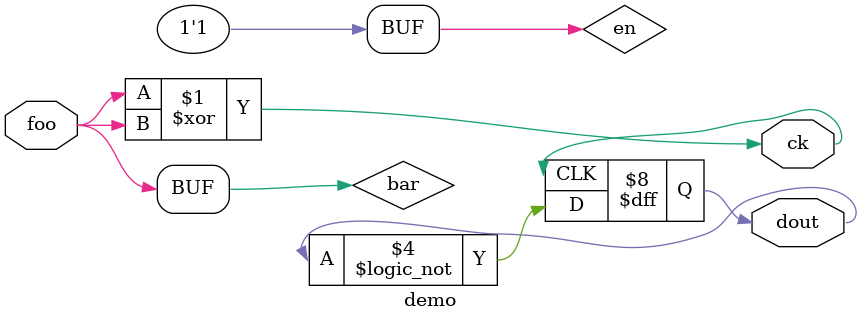
<source format=v>
module demo (input foo, output reg dout, output ck);
	wire en = 1;
	reg bar;
	initial dout = 0;
	assign ck = bar ^ foo;

	always @*
		if (en) bar <= foo;

	always @(posedge ck)
		dout <= !dout;
endmodule

</source>
